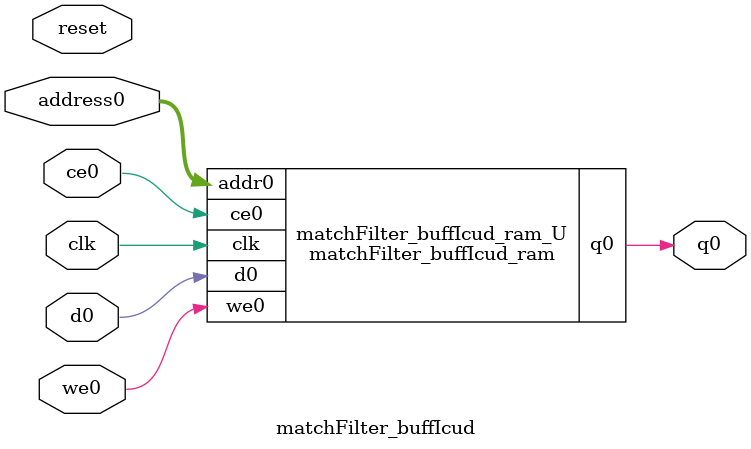
<source format=v>

`timescale 1 ns / 1 ps
module matchFilter_buffIcud_ram (addr0, ce0, d0, we0, q0,  clk);

parameter DWIDTH = 1;
parameter AWIDTH = 7;
parameter MEM_SIZE = 128;

input[AWIDTH-1:0] addr0;
input ce0;
input[DWIDTH-1:0] d0;
input we0;
output reg[DWIDTH-1:0] q0;
input clk;

(* ram_style = "distributed" *)reg [DWIDTH-1:0] ram[0:MEM_SIZE-1];




always @(posedge clk)  
begin 
    if (ce0) 
    begin
        if (we0) 
        begin 
            ram[addr0] <= d0; 
            q0 <= d0;
        end 
        else 
            q0 <= ram[addr0];
    end
end


endmodule


`timescale 1 ns / 1 ps
module matchFilter_buffIcud(
    reset,
    clk,
    address0,
    ce0,
    we0,
    d0,
    q0);

parameter DataWidth = 32'd1;
parameter AddressRange = 32'd128;
parameter AddressWidth = 32'd7;
input reset;
input clk;
input[AddressWidth - 1:0] address0;
input ce0;
input we0;
input[DataWidth - 1:0] d0;
output[DataWidth - 1:0] q0;



matchFilter_buffIcud_ram matchFilter_buffIcud_ram_U(
    .clk( clk ),
    .addr0( address0 ),
    .ce0( ce0 ),
    .d0( d0 ),
    .we0( we0 ),
    .q0( q0 ));

endmodule


</source>
